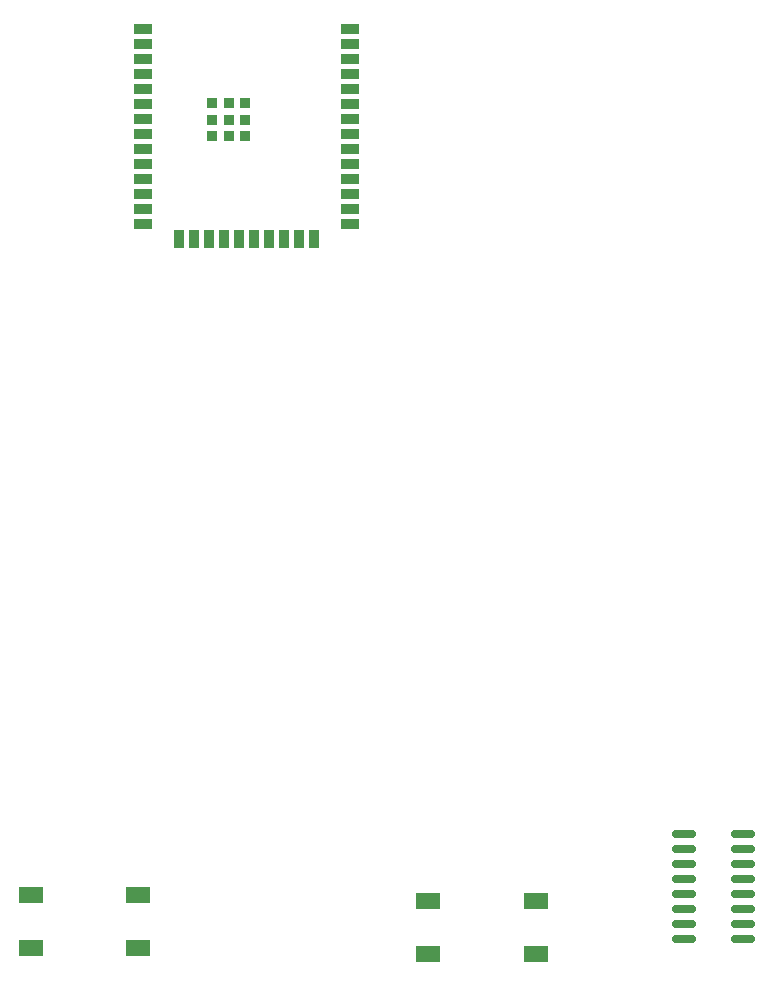
<source format=gbr>
%TF.GenerationSoftware,KiCad,Pcbnew,8.0.8*%
%TF.CreationDate,2025-04-22T11:25:48-05:00*%
%TF.ProjectId,LastChance,4c617374-4368-4616-9e63-652e6b696361,rev?*%
%TF.SameCoordinates,Original*%
%TF.FileFunction,Paste,Top*%
%TF.FilePolarity,Positive*%
%FSLAX46Y46*%
G04 Gerber Fmt 4.6, Leading zero omitted, Abs format (unit mm)*
G04 Created by KiCad (PCBNEW 8.0.8) date 2025-04-22 11:25:48*
%MOMM*%
%LPD*%
G01*
G04 APERTURE LIST*
G04 Aperture macros list*
%AMRoundRect*
0 Rectangle with rounded corners*
0 $1 Rounding radius*
0 $2 $3 $4 $5 $6 $7 $8 $9 X,Y pos of 4 corners*
0 Add a 4 corners polygon primitive as box body*
4,1,4,$2,$3,$4,$5,$6,$7,$8,$9,$2,$3,0*
0 Add four circle primitives for the rounded corners*
1,1,$1+$1,$2,$3*
1,1,$1+$1,$4,$5*
1,1,$1+$1,$6,$7*
1,1,$1+$1,$8,$9*
0 Add four rect primitives between the rounded corners*
20,1,$1+$1,$2,$3,$4,$5,0*
20,1,$1+$1,$4,$5,$6,$7,0*
20,1,$1+$1,$6,$7,$8,$9,0*
20,1,$1+$1,$8,$9,$2,$3,0*%
G04 Aperture macros list end*
%ADD10RoundRect,0.150000X-0.850000X-0.150000X0.850000X-0.150000X0.850000X0.150000X-0.850000X0.150000X0*%
%ADD11R,0.900000X0.900000*%
%ADD12R,1.500000X0.900000*%
%ADD13R,0.900000X1.500000*%
%ADD14R,2.100000X1.400000*%
G04 APERTURE END LIST*
D10*
%TO.C,U2*%
X179324000Y-109474000D03*
X179324000Y-110744000D03*
X179324000Y-112014000D03*
X179324000Y-113284000D03*
X179324000Y-114554000D03*
X179324000Y-115824000D03*
X179324000Y-117094000D03*
X179324000Y-118364000D03*
X184324000Y-118364000D03*
X184324000Y-117094000D03*
X184324000Y-115824000D03*
X184324000Y-114554000D03*
X184324000Y-113284000D03*
X184324000Y-112014000D03*
X184324000Y-110744000D03*
X184324000Y-109474000D03*
%TD*%
D11*
%TO.C,U1*%
X142153000Y-50395000D03*
X142153000Y-48995000D03*
X142153000Y-47595000D03*
X140753000Y-50395000D03*
X140753000Y-48995000D03*
X140753000Y-47595000D03*
X139353000Y-50395000D03*
X139353000Y-48995000D03*
X139353000Y-47595000D03*
D12*
X151003000Y-41275000D03*
X151003000Y-42545000D03*
X151003000Y-43815000D03*
X151003000Y-45085000D03*
X151003000Y-46355000D03*
X151003000Y-47625000D03*
X151003000Y-48895000D03*
X151003000Y-50165000D03*
X151003000Y-51435000D03*
X151003000Y-52705000D03*
X151003000Y-53975000D03*
X151003000Y-55245000D03*
X151003000Y-56515000D03*
X151003000Y-57785000D03*
D13*
X147973000Y-59035000D03*
X146703000Y-59035000D03*
X145433000Y-59035000D03*
X144163000Y-59035000D03*
X142893000Y-59035000D03*
X141623000Y-59035000D03*
X140353000Y-59035000D03*
X139083000Y-59035000D03*
X137813000Y-59035000D03*
X136543000Y-59035000D03*
D12*
X133503000Y-57785000D03*
X133503000Y-56515000D03*
X133503000Y-55245000D03*
X133503000Y-53975000D03*
X133503000Y-52705000D03*
X133503000Y-51435000D03*
X133503000Y-50165000D03*
X133503000Y-48895000D03*
X133503000Y-47625000D03*
X133503000Y-46355000D03*
X133503000Y-45085000D03*
X133503000Y-43815000D03*
X133503000Y-42545000D03*
X133503000Y-41275000D03*
%TD*%
D14*
%TO.C,SW2*%
X157651000Y-115134000D03*
X166751000Y-115134000D03*
X157651000Y-119634000D03*
X166751000Y-119634000D03*
%TD*%
%TO.C,SW1*%
X123996000Y-114626000D03*
X133096000Y-114626000D03*
X123996000Y-119126000D03*
X133096000Y-119126000D03*
%TD*%
M02*

</source>
